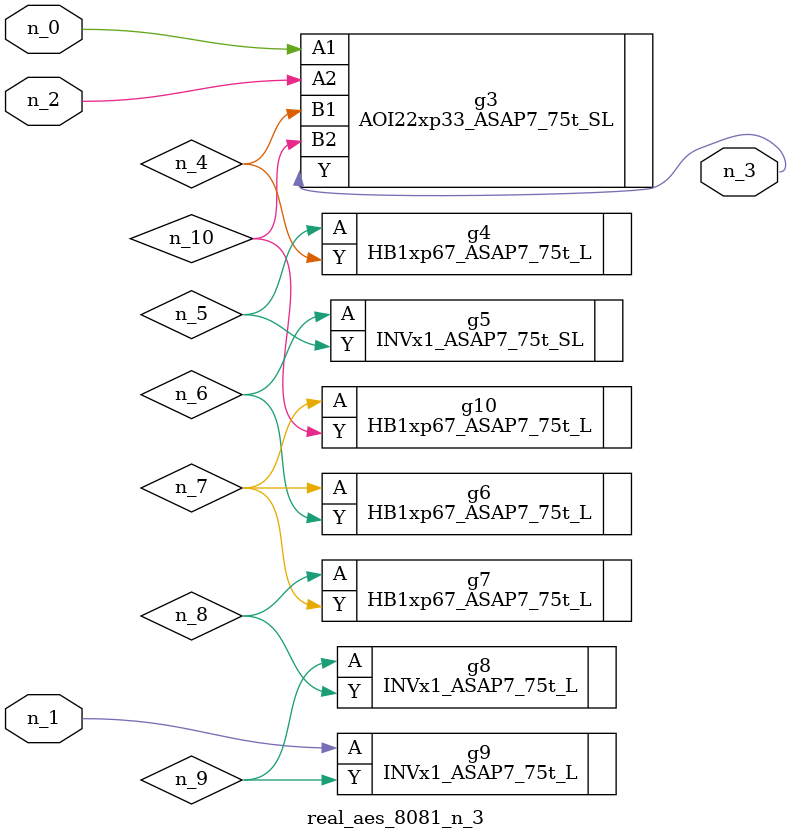
<source format=v>
module real_aes_8081_n_3 (n_0, n_2, n_1, n_3);
input n_0;
input n_2;
input n_1;
output n_3;
wire n_4;
wire n_5;
wire n_7;
wire n_8;
wire n_6;
wire n_9;
wire n_10;
AOI22xp33_ASAP7_75t_SL g3 ( .A1(n_0), .A2(n_2), .B1(n_4), .B2(n_10), .Y(n_3) );
INVx1_ASAP7_75t_L g9 ( .A(n_1), .Y(n_9) );
HB1xp67_ASAP7_75t_L g4 ( .A(n_5), .Y(n_4) );
INVx1_ASAP7_75t_SL g5 ( .A(n_6), .Y(n_5) );
HB1xp67_ASAP7_75t_L g6 ( .A(n_7), .Y(n_6) );
HB1xp67_ASAP7_75t_L g10 ( .A(n_7), .Y(n_10) );
HB1xp67_ASAP7_75t_L g7 ( .A(n_8), .Y(n_7) );
INVx1_ASAP7_75t_L g8 ( .A(n_9), .Y(n_8) );
endmodule
</source>
